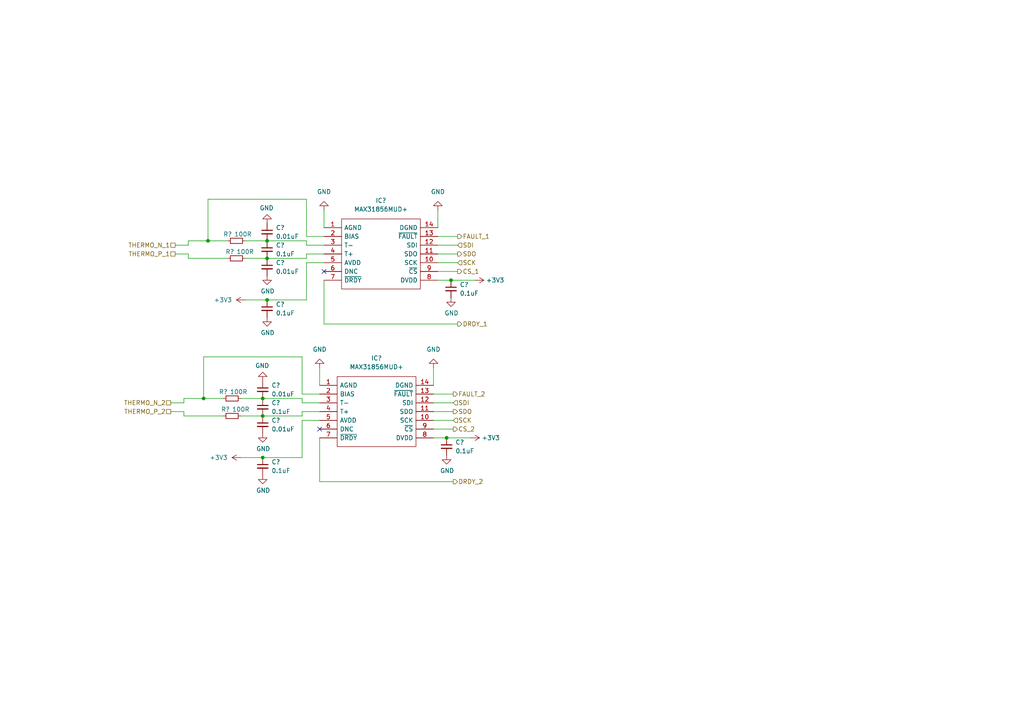
<source format=kicad_sch>
(kicad_sch (version 20211123) (generator eeschema)
  (paper "A4")
  (lib_symbols
    (symbol "Device:C_Small" (pin_numbers hide) (pin_names (offset 0.254) hide)
      (property "Reference" "C" (at 0.254 1.778 0))
      (property "Value" "C_Small" (at 0.254 -2.032 0))
      (symbol "C_Small_0_1"
        (polyline (pts (xy -1.524 -0.508) (xy 1.524 -0.508)) (stroke (width 0.3302)))
        (polyline (pts (xy -1.524 0.508) (xy 1.524 0.508)) (stroke (width 0.3048)))
      )
      (symbol "C_Small_1_1"
        (pin passive line (at 0 2.54 270) (length 2.032) (name "~") (number "1"))
        (pin passive line (at 0 -2.54 90) (length 2.032) (name "~") (number "2"))
      )
    )
    (symbol "Device:R_Small" (pin_numbers hide) (pin_names (offset 0.254) hide)
      (property "Reference" "R" (at 0.762 0.508 0))
      (property "Value" "R_Small" (at 0.762 -1.016 0))
      (symbol "R_Small_0_1"
        (rectangle (start -0.762 1.778) (end 0.762 -1.778) (stroke (width 0.2032)))
      )
      (symbol "R_Small_1_1"
        (pin passive line (at 0 2.54 270) (length 0.762) (name "~") (number "1"))
        (pin passive line (at 0 -2.54 90) (length 0.762) (name "~") (number "2"))
      )
    )
    (symbol "MAX31856MUD+:MAX31856MUD+" (pin_names (offset 0.762))
      (property "Reference" "IC" (at 29.21 7.62 0))
      (property "Value" "MAX31856MUD+" (at 29.21 5.08 0))
      (symbol "MAX31856MUD+_0_0"
        (pin passive line (at 0 0 0) (length 5.08) (name "AGND") (number "1"))
        (pin passive line (at 33.02 -10.16 180) (length 5.08) (name "SCK") (number "10"))
        (pin passive line (at 33.02 -7.62 180) (length 5.08) (name "SDO") (number "11"))
        (pin passive line (at 33.02 -5.08 180) (length 5.08) (name "SDI") (number "12"))
        (pin passive line (at 33.02 -2.54 180) (length 5.08) (name "~{FAULT}") (number "13"))
        (pin passive line (at 33.02 0 180) (length 5.08) (name "DGND") (number "14"))
        (pin passive line (at 0 -2.54 0) (length 5.08) (name "BIAS") (number "2"))
        (pin passive line (at 0 -5.08 0) (length 5.08) (name "T-") (number "3"))
        (pin passive line (at 0 -7.62 0) (length 5.08) (name "T+") (number "4"))
        (pin passive line (at 0 -10.16 0) (length 5.08) (name "AVDD") (number "5"))
        (pin passive line (at 0 -12.7 0) (length 5.08) (name "DNC") (number "6"))
        (pin passive line (at 0 -15.24 0) (length 5.08) (name "~{DRDY}") (number "7"))
        (pin passive line (at 33.02 -15.24 180) (length 5.08) (name "DVDD") (number "8"))
        (pin passive line (at 33.02 -12.7 180) (length 5.08) (name "~{CS}") (number "9"))
      )
      (symbol "MAX31856MUD+_0_1"
        (polyline (pts (xy 5.08 2.54) (xy 27.94 2.54) (xy 27.94 -17.78) (xy 5.08 -17.78) (xy 5.08 2.54)) (stroke (width 0.1524)))
      )
    )
    (symbol "power:+3V3" (power) (pin_names (offset 0))
      (property "Value" "+3V3" (at 0 3.556 0))
      (symbol "+3V3_0_1"
        (polyline (pts (xy -0.762 1.27) (xy 0 2.54)))
        (polyline (pts (xy 0 0) (xy 0 2.54)))
        (polyline (pts (xy 0 2.54) (xy 0.762 1.27)))
      )
      (symbol "+3V3_1_1"
        (pin power_in line (at 0 0 90) (length 0) hide (name "+3V3") (number "1"))
      )
    )
    (symbol "power:GND" (power) (pin_names (offset 0))
      (property "Value" "GND" (at 0 -3.81 0))
      (symbol "GND_0_1"
        (polyline (pts (xy 0 0) (xy 0 -1.27) (xy 1.27 -1.27) (xy 0 -2.54) (xy -1.27 -1.27) (xy 0 -1.27)))
      )
      (symbol "GND_1_1"
        (pin power_in line (at 0 0 270) (length 0) hide (name "GND") (number "1"))
      )
    )
  )
  (junction (at 77.47 69.85))
  (junction (at 77.47 74.93))
  (junction (at 129.54 127))
  (junction (at 59.055 115.57))
  (junction (at 76.2 115.57))
  (junction (at 76.2 132.715))
  (junction (at 130.81 81.28))
  (junction (at 76.2 120.65))
  (junction (at 77.47 86.995))
  (junction (at 60.325 69.85))
  (no_connect (at 92.71 124.46))
  (no_connect (at 93.98 78.74))
  (wire (pts (xy 88.9 76.2) (xy 88.9 86.995)))
  (wire (pts (xy 71.12 74.93) (xy 77.47 74.93)))
  (wire (pts (xy 53.34 115.57) (xy 53.34 116.84)))
  (wire (pts (xy 93.98 71.12) (xy 88.9 71.12)))
  (wire (pts (xy 88.9 57.785) (xy 60.325 57.785)))
  (wire (pts (xy 92.71 139.7) (xy 131.445 139.7)))
  (wire (pts (xy 53.34 116.84) (xy 49.53 116.84)))
  (wire (pts (xy 87.63 116.84) (xy 87.63 115.57)))
  (wire (pts (xy 93.98 76.2) (xy 88.9 76.2)))
  (wire (pts (xy 93.98 93.98) (xy 132.715 93.98)))
  (wire (pts (xy 125.73 119.38) (xy 131.445 119.38)))
  (wire (pts (xy 127 76.2) (xy 132.715 76.2)))
  (wire (pts (xy 66.04 74.93) (xy 54.61 74.93)))
  (wire (pts (xy 54.61 71.12) (xy 50.8 71.12)))
  (wire (pts (xy 54.61 74.93) (xy 54.61 73.66)))
  (wire (pts (xy 88.9 73.66) (xy 88.9 74.93)))
  (wire (pts (xy 127 73.66) (xy 132.715 73.66)))
  (wire (pts (xy 71.12 69.85) (xy 77.47 69.85)))
  (wire (pts (xy 92.71 121.92) (xy 87.63 121.92)))
  (wire (pts (xy 129.54 127) (xy 136.525 127)))
  (wire (pts (xy 53.34 119.38) (xy 49.53 119.38)))
  (wire (pts (xy 54.61 69.85) (xy 54.61 71.12)))
  (wire (pts (xy 60.325 69.85) (xy 54.61 69.85)))
  (wire (pts (xy 64.77 120.65) (xy 53.34 120.65)))
  (wire (pts (xy 125.73 106.68) (xy 125.73 111.76)))
  (wire (pts (xy 125.73 121.92) (xy 131.445 121.92)))
  (wire (pts (xy 88.9 86.995) (xy 77.47 86.995)))
  (wire (pts (xy 54.61 73.66) (xy 50.8 73.66)))
  (wire (pts (xy 125.73 124.46) (xy 131.445 124.46)))
  (wire (pts (xy 87.63 119.38) (xy 92.71 119.38)))
  (wire (pts (xy 69.85 132.715) (xy 76.2 132.715)))
  (wire (pts (xy 93.98 81.28) (xy 93.98 93.98)))
  (wire (pts (xy 87.63 103.505) (xy 59.055 103.505)))
  (wire (pts (xy 92.71 114.3) (xy 87.63 114.3)))
  (wire (pts (xy 88.9 68.58) (xy 88.9 57.785)))
  (wire (pts (xy 93.98 60.96) (xy 93.98 66.04)))
  (wire (pts (xy 127 68.58) (xy 132.715 68.58)))
  (wire (pts (xy 127 81.28) (xy 130.81 81.28)))
  (wire (pts (xy 59.055 115.57) (xy 53.34 115.57)))
  (wire (pts (xy 66.04 69.85) (xy 60.325 69.85)))
  (wire (pts (xy 77.47 69.85) (xy 88.9 69.85)))
  (wire (pts (xy 87.63 120.65) (xy 76.2 120.65)))
  (wire (pts (xy 125.73 116.84) (xy 131.445 116.84)))
  (wire (pts (xy 125.73 114.3) (xy 131.445 114.3)))
  (wire (pts (xy 92.71 127) (xy 92.71 139.7)))
  (wire (pts (xy 88.9 71.12) (xy 88.9 69.85)))
  (wire (pts (xy 125.73 127) (xy 129.54 127)))
  (wire (pts (xy 92.71 106.68) (xy 92.71 111.76)))
  (wire (pts (xy 87.63 119.38) (xy 87.63 120.65)))
  (wire (pts (xy 87.63 114.3) (xy 87.63 103.505)))
  (wire (pts (xy 60.325 57.785) (xy 60.325 69.85)))
  (wire (pts (xy 88.9 74.93) (xy 77.47 74.93)))
  (wire (pts (xy 130.81 81.28) (xy 137.795 81.28)))
  (wire (pts (xy 76.2 115.57) (xy 87.63 115.57)))
  (wire (pts (xy 127 71.12) (xy 132.715 71.12)))
  (wire (pts (xy 64.77 115.57) (xy 59.055 115.57)))
  (wire (pts (xy 93.98 68.58) (xy 88.9 68.58)))
  (wire (pts (xy 59.055 103.505) (xy 59.055 115.57)))
  (wire (pts (xy 92.71 116.84) (xy 87.63 116.84)))
  (wire (pts (xy 127 78.74) (xy 132.715 78.74)))
  (wire (pts (xy 88.9 73.66) (xy 93.98 73.66)))
  (wire (pts (xy 69.85 120.65) (xy 76.2 120.65)))
  (wire (pts (xy 87.63 121.92) (xy 87.63 132.715)))
  (wire (pts (xy 69.85 115.57) (xy 76.2 115.57)))
  (wire (pts (xy 127 60.96) (xy 127 66.04)))
  (wire (pts (xy 71.12 86.995) (xy 77.47 86.995)))
  (wire (pts (xy 53.34 120.65) (xy 53.34 119.38)))
  (wire (pts (xy 87.63 132.715) (xy 76.2 132.715)))
  (hierarchical_label "THERMO_P_1" (shape passive) (at 50.8 73.66 180))
  (hierarchical_label "THERMO_P_2" (shape passive) (at 49.53 119.38 180))
  (hierarchical_label "SDO" (shape output) (at 131.445 119.38 0))
  (hierarchical_label "THERMO_N_1" (shape passive) (at 50.8 71.12 180))
  (hierarchical_label "FAULT_2" (shape output) (at 131.445 114.3 0))
  (hierarchical_label "DRDY_1" (shape output) (at 132.715 93.98 0))
  (hierarchical_label "CS_2" (shape output) (at 131.445 124.46 0))
  (hierarchical_label "SDI" (shape input) (at 132.715 71.12 0))
  (hierarchical_label "SDO" (shape output) (at 132.715 73.66 0))
  (hierarchical_label "SCK" (shape input) (at 132.715 76.2 0))
  (hierarchical_label "DRDY_2" (shape output) (at 131.445 139.7 0))
  (hierarchical_label "CS_1" (shape output) (at 132.715 78.74 0))
  (hierarchical_label "SCK" (shape input) (at 131.445 121.92 0))
  (hierarchical_label "THERMO_N_2" (shape passive) (at 49.53 116.84 180))
  (hierarchical_label "FAULT_1" (shape output) (at 132.715 68.58 0))
  (hierarchical_label "SDI" (shape input) (at 131.445 116.84 0))
  (symbol (lib_id "power:GND") (at 130.81 86.36 0) (unit 1)
    (property "Reference" "#PWR?" (effects hide))
    (property "Value" "GND" (at 128.905 90.805 0) (effects (justify left)))
  )
  (symbol (lib_id "Device:R_Small") (at 68.58 69.85 90) (unit 1)
    (property "Reference" "R?" (at 66.04 67.945 90))
    (property "Value" "100R" (at 70.485 67.945 90))
  )
  (symbol (lib_id "Device:C_Small") (at 76.2 123.19 0) (unit 1)
    (property "Reference" "C?" (at 78.74 121.9262 0) (effects (justify left)))
    (property "Value" "0.01uF" (at 78.74 124.4662 0) (effects (justify left)))
  )
  (symbol (lib_id "Device:C_Small") (at 76.2 113.03 0) (unit 1)
    (property "Reference" "C?" (at 78.74 111.7662 0) (effects (justify left)))
    (property "Value" "0.01uF" (at 78.74 114.3062 0) (effects (justify left)))
  )
  (symbol (lib_id "Device:R_Small") (at 68.58 74.93 90) (unit 1)
    (property "Reference" "R?" (at 66.675 73.025 90))
    (property "Value" "100R" (at 71.12 73.025 90))
  )
  (symbol (lib_id "MAX31856MUD+:MAX31856MUD+") (at 92.71 111.76 0) (unit 1)
    (property "Reference" "IC?" (at 109.22 103.886 0))
    (property "Value" "MAX31856MUD+" (at 109.22 106.426 0))
    (property "Footprint" "SOP65P640X110-14N" (effects hide))
    (property "Datasheet" "https://componentsearchengine.com/Datasheets/2/MAX31856MUD+.pdf" (effects hide))
    (property "Description" "MAXIM INTEGRATED PRODUCTS - MAX31856MUD+ - TEMPERATURE SENSOR, 2DEG C, TSSOP-14" (effects hide))
    (property "Height" "1.1" (effects hide))
    (property "Manufacturer_Name" "Maxim Integrated" (effects hide))
    (property "Manufacturer_Part_Number" "MAX31856MUD+" (effects hide))
    (property "Mouser Part Number" "700-MAX31856MUD+" (effects hide))
    (property "Mouser Price/Stock" "https://www.mouser.co.uk/ProductDetail/Maxim-Integrated/MAX31856MUD%2b?qs=sO%2FZ8XQFeM1TlxwAJsKRYw%3D%3D" (effects hide))
    (property "Arrow Part Number" "MAX31856MUD+" (effects hide))
    (property "Arrow Price/Stock" "https://www.arrow.com/en/products/max31856mud/maxim-integrated?region=nac" (effects hide))
  )
  (symbol (lib_id "Device:C_Small") (at 76.2 135.255 0) (unit 1)
    (property "Reference" "C?" (at 78.74 133.9912 0) (effects (justify left)))
    (property "Value" "0.1uF" (at 78.74 136.5312 0) (effects (justify left)))
  )
  (symbol (lib_id "Device:C_Small") (at 77.47 72.39 0) (unit 1)
    (property "Reference" "C?" (at 80.01 71.1262 0) (effects (justify left)))
    (property "Value" "0.1uF" (at 80.01 73.6662 0) (effects (justify left)))
  )
  (symbol (lib_id "Device:C_Small") (at 77.47 77.47 0) (unit 1)
    (property "Reference" "C?" (at 80.01 76.2062 0) (effects (justify left)))
    (property "Value" "0.01uF" (at 80.01 78.7462 0) (effects (justify left)))
  )
  (symbol (lib_id "power:GND") (at 92.71 106.68 180) (unit 1)
    (property "Reference" "#PWR?" (effects hide))
    (property "Value" "GND" (at 92.71 101.346 0))
  )
  (symbol (lib_id "Device:C_Small") (at 129.54 129.54 0) (unit 1)
    (property "Reference" "C?" (at 132.08 128.2762 0) (effects (justify left)))
    (property "Value" "0.1uF" (at 132.08 130.8162 0) (effects (justify left)))
  )
  (symbol (lib_id "power:+3V3") (at 69.85 132.715 90) (unit 1)
    (property "Reference" "#PWR?" (effects hide))
    (property "Value" "+3V3" (at 66.04 132.7149 90) (effects (justify left)))
  )
  (symbol (lib_id "power:GND") (at 129.54 132.08 0) (unit 1)
    (property "Reference" "#PWR?" (effects hide))
    (property "Value" "GND" (at 127.635 136.525 0) (effects (justify left)))
  )
  (symbol (lib_id "Device:C_Small") (at 130.81 83.82 0) (unit 1)
    (property "Reference" "C?" (at 133.35 82.5562 0) (effects (justify left)))
    (property "Value" "0.1uF" (at 133.35 85.0962 0) (effects (justify left)))
  )
  (symbol (lib_id "Device:R_Small") (at 67.31 115.57 90) (unit 1)
    (property "Reference" "R?" (at 64.77 113.665 90))
    (property "Value" "100R" (at 69.215 113.665 90))
  )
  (symbol (lib_id "power:GND") (at 76.2 137.795 0) (unit 1)
    (property "Reference" "#PWR?" (effects hide))
    (property "Value" "GND" (at 74.295 142.24 0) (effects (justify left)))
  )
  (symbol (lib_id "power:GND") (at 76.2 125.73 0) (unit 1)
    (property "Reference" "#PWR?" (effects hide))
    (property "Value" "GND" (at 74.295 130.175 0) (effects (justify left)))
  )
  (symbol (lib_id "power:+3V3") (at 136.525 127 270) (unit 1)
    (property "Reference" "#PWR?" (effects hide))
    (property "Value" "+3V3" (at 139.7 126.9999 90) (effects (justify left)))
  )
  (symbol (lib_id "Device:C_Small") (at 77.47 67.31 0) (unit 1)
    (property "Reference" "C?" (at 80.01 66.0462 0) (effects (justify left)))
    (property "Value" "0.01uF" (at 80.01 68.5862 0) (effects (justify left)))
  )
  (symbol (lib_id "Device:R_Small") (at 67.31 120.65 90) (unit 1)
    (property "Reference" "R?" (at 65.405 118.745 90))
    (property "Value" "100R" (at 69.85 118.745 90))
  )
  (symbol (lib_id "Device:C_Small") (at 77.47 89.535 0) (unit 1)
    (property "Reference" "C?" (at 80.01 88.2712 0) (effects (justify left)))
    (property "Value" "0.1uF" (at 80.01 90.8112 0) (effects (justify left)))
  )
  (symbol (lib_id "MAX31856MUD+:MAX31856MUD+") (at 93.98 66.04 0) (unit 1)
    (property "Reference" "IC?" (at 110.49 58.166 0))
    (property "Value" "MAX31856MUD+" (at 110.49 60.706 0))
    (property "Footprint" "SOP65P640X110-14N" (effects hide))
    (property "Datasheet" "https://componentsearchengine.com/Datasheets/2/MAX31856MUD+.pdf" (effects hide))
    (property "Description" "MAXIM INTEGRATED PRODUCTS - MAX31856MUD+ - TEMPERATURE SENSOR, 2DEG C, TSSOP-14" (effects hide))
    (property "Height" "1.1" (effects hide))
    (property "Manufacturer_Name" "Maxim Integrated" (effects hide))
    (property "Manufacturer_Part_Number" "MAX31856MUD+" (effects hide))
    (property "Mouser Part Number" "700-MAX31856MUD+" (effects hide))
    (property "Mouser Price/Stock" "https://www.mouser.co.uk/ProductDetail/Maxim-Integrated/MAX31856MUD%2b?qs=sO%2FZ8XQFeM1TlxwAJsKRYw%3D%3D" (effects hide))
    (property "Arrow Part Number" "MAX31856MUD+" (effects hide))
    (property "Arrow Price/Stock" "https://www.arrow.com/en/products/max31856mud/maxim-integrated?region=nac" (effects hide))
  )
  (symbol (lib_id "power:GND") (at 93.98 60.96 180) (unit 1)
    (property "Reference" "#PWR?" (effects hide))
    (property "Value" "GND" (at 93.98 55.626 0))
  )
  (symbol (lib_id "power:GND") (at 77.47 64.77 180) (unit 1)
    (property "Reference" "#PWR?" (effects hide))
    (property "Value" "GND" (at 79.375 60.325 0) (effects (justify left)))
  )
  (symbol (lib_id "power:GND") (at 77.47 80.01 0) (unit 1)
    (property "Reference" "#PWR?" (effects hide))
    (property "Value" "GND" (at 75.565 84.455 0) (effects (justify left)))
  )
  (symbol (lib_id "power:+3V3") (at 71.12 86.995 90) (unit 1)
    (property "Reference" "#PWR?" (effects hide))
    (property "Value" "+3V3" (at 67.31 86.9949 90) (effects (justify left)))
  )
  (symbol (lib_id "power:GND") (at 127 60.96 180) (unit 1)
    (property "Reference" "#PWR?" (effects hide))
    (property "Value" "GND" (at 127 55.626 0))
  )
  (symbol (lib_id "Device:C_Small") (at 76.2 118.11 0) (unit 1)
    (property "Reference" "C?" (at 78.74 116.8462 0) (effects (justify left)))
    (property "Value" "0.1uF" (at 78.74 119.3862 0) (effects (justify left)))
  )
  (symbol (lib_id "power:GND") (at 76.2 110.49 180) (unit 1)
    (property "Reference" "#PWR?" (effects hide))
    (property "Value" "GND" (at 78.105 106.045 0) (effects (justify left)))
  )
  (symbol (lib_id "power:GND") (at 125.73 106.68 180) (unit 1)
    (property "Reference" "#PWR?" (effects hide))
    (property "Value" "GND" (at 125.73 101.346 0))
  )
  (symbol (lib_id "power:GND") (at 77.47 92.075 0) (unit 1)
    (property "Reference" "#PWR?" (effects hide))
    (property "Value" "GND" (at 75.565 96.52 0) (effects (justify left)))
  )
  (symbol (lib_id "power:+3V3") (at 137.795 81.28 270) (unit 1)
    (property "Reference" "#PWR?" (effects hide))
    (property "Value" "+3V3" (at 140.97 81.2799 90) (effects (justify left)))
  )
)
</source>
